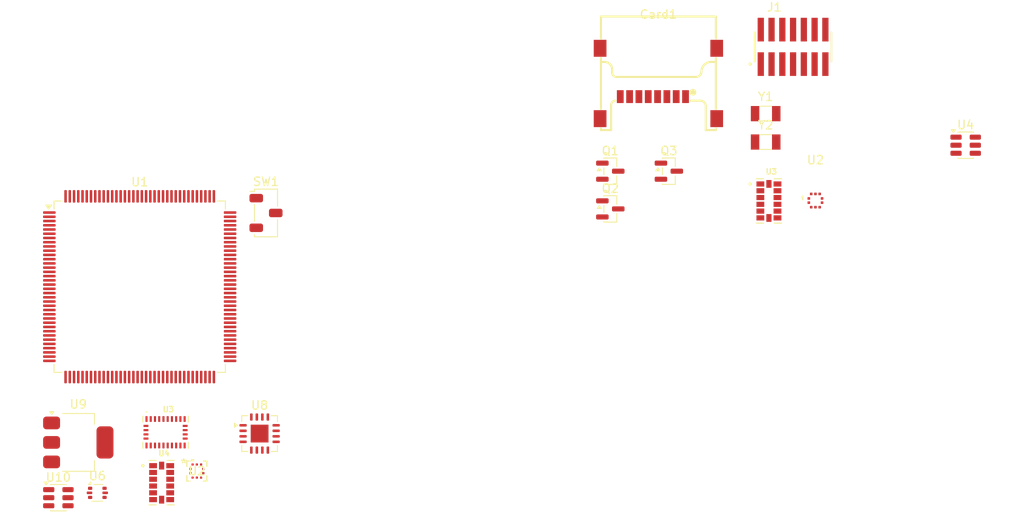
<source format=kicad_pcb>
(kicad_pcb (version 20241229) (generator "pcbnew") (generator_version "9.0")
  (layers (0 "F.Cu" signal) (2 "B.Cu" signal) (13 "F.Paste" user) (15 "B.Paste" user) (5 "F.SilkS" user "F.Silkscreen") (7 "B.SilkS" user "B.Silkscreen") (1 "F.Mask" user) (3 "B.Mask" user) (25 "Edge.Cuts" user))
  (net 0 "")
  (net 2 "VCC")
  (net 3 "/MCU/BOOT0")
  (net 4 "+3V3")
  (net 10 "/MCU/SDMMC1.D2")
  (net 12 "/MCU/SDMMC1.D3")
  (net 14 "/MCU/SDMMC1.CMD")
  (net 15 "/MCU/VFBSMPS")
  (net 17 "GND")
  (net 19 "/MCU/SDMMC1.CK")
  (net 28 "/MCU/SDMMC1.D0")
  (net 35 "Net-(U1A-VREF+)")
  (net 41 "/MCU/SDMMC1.D1")
  (net 47 "/MCU/RESET")
  (net 49 "/Debugger/T_NRST")
  (net 56 "/MCU/VLX")
  (net 70 "/Debugger/T_VCP_TX")
  (net 71 "Net-(J1-Pad11)")
  (net 72 "/MCU/USART1_TX")
  (net 75 "/Debugger/T_SWO")
  (net 78 "+3.3VA")
  (net 84 "/MCU/USART1_RX")
  (net 91 "/Debugger/T_SWDIO")
  (net 99 "/Debugger/T_VCC")
  (net 109 "/Debugger/T_VCP_RX")
  (net 159 "/Debugger/T_SWCLK")
  (net 160 "/Power/FTDI_USB_DN")
  (net 161 "/Power/FTDI_USB_DP")
  (net 162 "/Power/P_VBUS")
  (net 163 "/Power/USB_DP")
  (net 164 "/USB to UART/VCCIO")
  (net 165 "+5V")
  (net 172 "/Power/USB_3V3")
  (net 179 "/Igniters/IGNITE_0")
  (net 180 "Net-(J2-Pin_1)")
  (net 181 "Net-(J4-Pin_1)")
  (net 182 "/Igniters/IGNITE_1")
  (net 183 "/Indicators/Buzzer")
  (net 184 "Net-(BZ1--)")
  (net 185 "/MCU/SWDIO")
  (net 186 "/MCU/USB_D_P")
  (net 188 "/MCU/HS_OSC_B")
  (net 190 "/MCU/USB_D_M")
  (net 191 "/MCU/LS_OSC_B")
  (net 192 "/MCU/HS_OSC_A")
  (net 193 "/MCU/LS_OSC_A")
  (net 195 "/MCU/SWCLK")
  (net 196 "VDD")
  (net 197 "/IMUs/BMP.INT")
  (net 198 "/IMUs/BMP.MISO")
  (net 199 "/IMUs/BMP.MOSI")
  (net 200 "/IMUs/BMP.CSB")
  (net 201 "/IMUs/BMP.SCK")
  (net 202 "/IMUs/ADXL345.SCLK")
  (net 203 "/IMUs/ADXL345.SDI")
  (net 205 "/IMUs/ADXL345.CS")
  (net 210 "/IMUs/ADXL345.SDO")
  (net 211 "Net-(U4-CB)")
  (net 212 "Net-(U4-EN)")
  (net 213 "Net-(U4-SW)")
  (net 214 "Net-(U4-FB)")
  (net 215 "/Power/USB_DM")
  (footprint "aerolotl_custom:LGA-10_L2.0-W2.0-P0.50-TL_BMP581" (layer "F.Cu") (at 225.6375 71.48)
    (property "Reference" "U2" (at 0 -4.78 0) (layer "F.SilkS"))
    (property "Value" "BMP581")
    (fp_line (start -1.5 -0.5) (end -1.6 -0.4) (stroke (width 0.15)) (layer "F.SilkS"))
    (fp_line (start -1.5 -0.1) (end -1.5 -0.5) (stroke (width 0.15)) (layer "F.SilkS"))
    (pad "1" smd rect (at -0.78 -0.25 90) (size 0.3 0.3) (layers "F.Cu" "F.Mask" "F.Paste") (net 196 "VDD"))
    (pad "2" smd rect (at -0.78 0.25 90) (size 0.3 0.3) (layers "F.Cu" "F.Mask" "F.Paste") (net 201 "/IMUs/BMP.SCK"))
    (pad "3" smd rect (at -0.5 0.78 90) (size 0.3 0.3) (layers "F.Cu" "F.Mask" "F.Paste") (net 17 "GND"))
    (pad "4" smd rect (at 0 0.78 90) (size 0.3 0.3) (layers "F.Cu" "F.Mask" "F.Paste") (net 199 "/IMUs/BMP.MOSI"))
    (pad "5" smd rect (at 0.5 0.78 90) (size 0.3 0.3) (layers "F.Cu" "F.Mask" "F.Paste") (net 198 "/IMUs/BMP.MISO"))
    (pad "6" smd rect (at 0.78 0.25 90) (size 0.3 0.3) (layers "F.Cu" "F.Mask" "F.Paste") (net 200 "/IMUs/BMP.CSB"))
    (pad "7" smd rect (at 0.78 -0.25 90) (size 0.3 0.3) (layers "F.Cu" "F.Mask" "F.Paste") (net 197 "/IMUs/BMP.INT"))
    (pad "8" smd rect (at 0.5 -0.78 90) (size 0.3 0.3) (layers "F.Cu" "F.Mask" "F.Paste") (net 17 "GND"))
    (pad "9" smd rect (at 0 -0.78 90) (size 0.3 0.3) (layers "F.Cu" "F.Mask" "F.Paste") (net 17 "GND"))
    (pad "10" smd rect (at -0.5 -0.78 90) (size 0.3 0.3) (layers "F.Cu" "F.Mask" "F.Paste") (net 196 "VDD"))
  )
  (footprint "bmp581:QFN10_BMP581_BOS" (layer "F.Cu") (at 152.6443 103.398001)
    (property "Reference" "U2" (at 0 0 0) (layer "F.SilkS"))
    (property "Value" "BMP581")
    (fp_line (start -1.1811 -1.1811) (end -1.1811 -0.555042) (stroke (width 0.1524)) (layer "F.SilkS"))
    (fp_line (start -1.1811 0.555042) (end -1.1811 1.1811) (stroke (width 0.1524)) (layer "F.SilkS"))
    (fp_line (start -1.1811 1.1811) (end -0.805041 1.1811) (stroke (width 0.1524)) (layer "F.SilkS"))
    (fp_line (start -0.805041 -1.1811) (end -1.1811 -1.1811) (stroke (width 0.1524)) (layer "F.SilkS"))
    (fp_line (start 0.805041 1.1811) (end 1.1811 1.1811) (stroke (width 0.1524)) (layer "F.SilkS"))
    (fp_line (start 1.1811 -1.1811) (end 0.805041 -1.1811) (stroke (width 0.1524)) (layer "F.SilkS"))
    (fp_line (start 1.1811 -0.555042) (end 1.1811 -1.1811) (stroke (width 0.1524)) (layer "F.SilkS"))
    (fp_line (start 1.1811 1.1811) (end 1.1811 0.555042) (stroke (width 0.1524)) (layer "F.SilkS"))
    (fp_poly (pts (xy -0.690499 -1.154001) (xy -0.690499 -1.408001) (xy -0.309499 -1.408001) (xy -0.309499 -1.154001)) (fill yes) (layer "F.SilkS"))
    (fp_text user "*" (at -1.535 -0.881 0) (layer "F.SilkS"))
    (fp_text user "*" (at -1.535 -0.881 0) (layer "F.SilkS"))
    (pad "1" smd rect (at -0.760301 -0.25 90) (size 0.254 0.2794) (layers "F.Cu" "F.Mask" "F.Paste"))
    (pad "2" smd rect (at -0.760301 0.25 90) (size 0.254 0.2794) (layers "F.Cu" "F.Mask" "F.Paste"))
    (pad "3" smd rect (at -0.499999 0.773001) (size 0.254 0.254) (layers "F.Cu" "F.Mask" "F.Paste"))
    (pad "4" smd rect (at 0 0.773001) (size 0.254 0.254) (layers "F.Cu" "F.Mask" "F.Paste"))
    (pad "5" smd rect (at 0.499999 0.773001) (size 0.254 0.254) (layers "F.Cu" "F.Mask" "F.Paste"))
    (pad "6" smd rect (at 0.760301 0.25 90) (size 0.254 0.2794) (layers "F.Cu" "F.Mask" "F.Paste"))
    (pad "7" smd rect (at 0.760301 -0.25 90) (size 0.254 0.2794) (layers "F.Cu" "F.Mask" "F.Paste"))
    (pad "8" smd rect (at 0.499999 -0.773001) (size 0.254 0.254) (layers "F.Cu" "F.Mask" "F.Paste"))
    (pad "9" smd rect (at 0 -0.773001) (size 0.254 0.254) (layers "F.Cu" "F.Mask" "F.Paste"))
    (pad "10" smd rect (at -0.499999 -0.773001) (size 0.254 0.254) (layers "F.Cu" "F.Mask" "F.Paste"))
  )
  (footprint "Package_QFP:LQFP-144_20x20mm_P0.5mm" (layer "F.Cu") (at 145.905 81.645)
    (property "Reference" "U1" (at 0 -12.35 0) (layer "F.SilkS"))
    (property "Value" "STM32H755ZIT6")
    (fp_line (start -10.11 -10.11) (end -9.16 -10.11) (stroke (width 0.12)) (layer "F.SilkS"))
    (fp_line (start -10.11 -9.16) (end -10.11 -10.11) (stroke (width 0.12)) (layer "F.SilkS"))
    (fp_line (start -10.11 10.11) (end -10.11 9.16) (stroke (width 0.12)) (layer "F.SilkS"))
    (fp_line (start -9.16 10.11) (end -10.11 10.11) (stroke (width 0.12)) (layer "F.SilkS"))
    (fp_line (start 9.16 -10.11) (end 10.11 -10.11) (stroke (width 0.12)) (layer "F.SilkS"))
    (fp_line (start 10.11 -10.11) (end 10.11 -9.16) (stroke (width 0.12)) (layer "F.SilkS"))
    (fp_line (start 10.11 9.16) (end 10.11 10.11) (stroke (width 0.12)) (layer "F.SilkS"))
    (fp_line (start 10.11 10.11) (end 9.16 10.11) (stroke (width 0.12)) (layer "F.SilkS"))
    (fp_poly (pts (xy -10.75 -9.16) (xy -11.09 -9.63) (xy -10.41 -9.63)) (stroke (width 0.12)) (fill yes) (layer "F.SilkS"))
    (pad "1" smd roundrect (at -10.6625 -8.75) (size 1.475 0.3) (layers "F.Cu" "F.Mask" "F.Paste"))
    (pad "2" smd roundrect (at -10.6625 -8.25) (size 1.475 0.3) (layers "F.Cu" "F.Mask" "F.Paste"))
    (pad "3" smd roundrect (at -10.6625 -7.75) (size 1.475 0.3) (layers "F.Cu" "F.Mask" "F.Paste"))
    (pad "4" smd roundrect (at -10.6625 -7.25) (size 1.475 0.3) (layers "F.Cu" "F.Mask" "F.Paste"))
    (pad "5" smd roundrect (at -10.6625 -6.75) (size 1.475 0.3) (layers "F.Cu" "F.Mask" "F.Paste"))
    (pad "6" smd roundrect (at -10.6625 -6.25) (size 1.475 0.3) (layers "F.Cu" "F.Mask" "F.Paste") (net 17 "GND"))
    (pad "7" smd roundrect (at -10.6625 -5.75) (size 1.475 0.3) (layers "F.Cu" "F.Mask" "F.Paste") (net 4 "+3V3"))
    (pad "8" smd roundrect (at -10.6625 -5.25) (size 1.475 0.3) (layers "F.Cu" "F.Mask" "F.Paste") (net 4 "+3V3"))
    (pad "9" smd roundrect (at -10.6625 -4.75) (size 1.475 0.3) (layers "F.Cu" "F.Mask" "F.Paste"))
    (pad "10" smd roundrect (at -10.6625 -4.25) (size 1.475 0.3) (layers "F.Cu" "F.Mask" "F.Paste") (net 193 "/MCU/LS_OSC_A"))
    (pad "11" smd roundrect (at -10.6625 -3.75) (size 1.475 0.3) (layers "F.Cu" "F.Mask" "F.Paste") (net 191 "/MCU/LS_OSC_B"))
    (pad "12" smd roundrect (at -10.6625 -3.25) (size 1.475 0.3) (layers "F.Cu" "F.Mask" "F.Paste") (net 17 "GND"))
    (pad "13" smd roundrect (at -10.6625 -2.75) (size 1.475 0.3) (layers "F.Cu" "F.Mask" "F.Paste") (net 4 "+3V3"))
    (pad "14" smd roundrect (at -10.6625 -2.25) (size 1.475 0.3) (layers "F.Cu" "F.Mask" "F.Paste") (net 17 "GND"))
    (pad "15" smd roundrect (at -10.6625 -1.75) (size 1.475 0.3) (layers "F.Cu" "F.Mask" "F.Paste") (net 56 "/MCU/VLX"))
    (pad "16" smd roundrect (at -10.6625 -1.25) (size 1.475 0.3) (layers "F.Cu" "F.Mask" "F.Paste") (net 4 "+3V3"))
    (pad "17" smd roundrect (at -10.6625 -0.75) (size 1.475 0.3) (layers "F.Cu" "F.Mask" "F.Paste") (net 15 "/MCU/VFBSMPS"))
    (pad "18" smd roundrect (at -10.6625 -0.25) (size 1.475 0.3) (layers "F.Cu" "F.Mask" "F.Paste") (net 17 "GND"))
    (pad "19" smd roundrect (at -10.6625 0.25) (size 1.475 0.3) (layers "F.Cu" "F.Mask" "F.Paste") (net 4 "+3V3"))
    (pad "20" smd roundrect (at -10.6625 0.75) (size 1.475 0.3) (layers "F.Cu" "F.Mask" "F.Paste"))
    (pad "21" smd roundrect (at -10.6625 1.25) (size 1.475 0.3) (layers "F.Cu" "F.Mask" "F.Paste"))
    (pad "22" smd roundrect (at -10.6625 1.75) (size 1.475 0.3) (layers "F.Cu" "F.Mask" "F.Paste"))
    (pad "23" smd roundrect (at -10.6625 2.25) (size 1.475 0.3) (layers "F.Cu" "F.Mask" "F.Paste"))
    (pad "24" smd roundrect (at -10.6625 2.75) (size 1.475 0.3) (layers "F.Cu" "F.Mask" "F.Paste"))
    (pad "25" smd roundrect (at -10.6625 3.25) (size 1.475 0.3) (layers "F.Cu" "F.Mask" "F.Paste") (net 192 "/MCU/HS_OSC_A"))
    (pad "26" smd roundrect (at -10.6625 3.75) (size 1.475 0.3) (layers "F.Cu" "F.Mask" "F.Paste") (net 188 "/MCU/HS_OSC_B"))
    (pad "27" smd roundrect (at -10.6625 4.25) (size 1.475 0.3) (layers "F.Cu" "F.Mask" "F.Paste") (net 47 "/MCU/RESET"))
    (pad "28" smd roundrect (at -10.6625 4.75) (size 1.475 0.3) (layers "F.Cu" "F.Mask" "F.Paste"))
    (pad "29" smd roundrect (at -10.6625 5.25) (size 1.475 0.3) (layers "F.Cu" "F.Mask" "F.Paste"))
    (pad "30" smd roundrect (at -10.6625 5.75) (size 1.475 0.3) (layers "F.Cu" "F.Mask" "F.Paste"))
    (pad "31" smd roundrect (at -10.6625 6.25) (size 1.475 0.3) (layers "F.Cu" "F.Mask" "F.Paste"))
    (pad "32" smd roundrect (at -10.6625 6.75) (size 1.475 0.3) (layers "F.Cu" "F.Mask" "F.Paste") (net 4 "+3V3"))
    (pad "33" smd roundrect (at -10.6625 7.25) (size 1.475 0.3) (layers "F.Cu" "F.Mask" "F.Paste") (net 17 "GND"))
    (pad "34" smd roundrect (at -10.6625 7.75) (size 1.475 0.3) (layers "F.Cu" "F.Mask" "F.Paste") (net 17 "GND"))
    (pad "35" smd roundrect (at -10.6625 8.25) (size 1.475 0.3) (layers "F.Cu" "F.Mask" "F.Paste") (net 35 "Net-(U1A-VREF+)"))
    (pad "36" smd roundrect (at -10.6625 8.75) (size 1.475 0.3) (layers "F.Cu" "F.Mask" "F.Paste") (net 78 "+3.3VA"))
    (pad "37" smd roundrect (at -8.75 10.6625) (size 0.3 1.475) (layers "F.Cu" "F.Mask" "F.Paste"))
    (pad "38" smd roundrect (at -8.25 10.6625) (size 0.3 1.475) (layers "F.Cu" "F.Mask" "F.Paste"))
    (pad "39" smd roundrect (at -7.75 10.6625) (size 0.3 1.475) (layers "F.Cu" "F.Mask" "F.Paste"))
    (pad "40" smd roundrect (at -7.25 10.6625) (size 0.3 1.475) (layers "F.Cu" "F.Mask" "F.Paste"))
    (pad "41" smd roundrect (at -6.75 10.6625) (size 0.3 1.475) (layers "F.Cu" "F.Mask" "F.Paste") (net 17 "GND"))
    (pad "42" smd roundrect (at -6.25 10.6625) (size 0.3 1.475) (layers "F.Cu" "F.Mask" "F.Paste") (net 4 "+3V3"))
    (pad "43" smd roundrect (at -5.75 10.6625) (size 0.3 1.475) (layers "F.Cu" "F.Mask" "F.Paste"))
    (pad "44" smd roundrect (at -5.25 10.6625) (size 0.3 1.475) (layers "F.Cu" "F.Mask" "F.Paste"))
    (pad "45" smd roundrect (at -4.75 10.6625) (size 0.3 1.475) (layers "F.Cu" "F.Mask" "F.Paste"))
    (pad "46" smd roundrect (at -4.25 10.6625) (size 0.3 1.475) (layers "F.Cu" "F.Mask" "F.Paste"))
    (pad "47" smd roundrect (at -3.75 10.6625) (size 0.3 1.475) (layers "F.Cu" "F.Mask" "F.Paste"))
    (pad "48" smd roundrect (at -3.25 10.6625) (size 0.3 1.475) (layers "F.Cu" "F.Mask" "F.Paste"))
    (pad "49" smd roundrect (at -2.75 10.6625) (size 0.3 1.475) (layers "F.Cu" "F.Mask" "F.Paste"))
    (pad "50" smd roundrect (at -2.25 10.6625) (size 0.3 1.475) (layers "F.Cu" "F.Mask" "F.Paste"))
    (pad "51" smd roundrect (at -1.75 10.6625) (size 0.3 1.475) (layers "F.Cu" "F.Mask" "F.Paste"))
    (pad "52" smd roundrect (at -1.25 10.6625) (size 0.3 1.475) (layers "F.Cu" "F.Mask" "F.Paste"))
    (pad "53" smd roundrect (at -0.75 10.6625) (size 0.3 1.475) (layers "F.Cu" "F.Mask" "F.Paste"))
    (pad "54" smd roundrect (at -0.25 10.6625) (size 0.3 1.475) (layers "F.Cu" "F.Mask" "F.Paste"))
    (pad "55" smd roundrect (at 0.25 10.6625) (size 0.3 1.475) (layers "F.Cu" "F.Mask" "F.Paste") (net 17 "GND"))
    (pad "56" smd roundrect (at 0.75 10.6625) (size 0.3 1.475) (layers "F.Cu" "F.Mask" "F.Paste") (net 4 "+3V3"))
    (pad "57" smd roundrect (at 1.25 10.6625) (size 0.3 1.475) (layers "F.Cu" "F.Mask" "F.Paste"))
    (pad "58" smd roundrect (at 1.75 10.6625) (size 0.3 1.475) (layers "F.Cu" "F.Mask" "F.Paste"))
    (pad "59" smd roundrect (at 2.25 10.6625) (size 0.3 1.475) (layers "F.Cu" "F.Mask" "F.Paste"))
    (pad "60" smd roundrect (at 2.75 10.6625) (size 0.3 1.475) (layers "F.Cu" "F.Mask" "F.Paste"))
    (pad "61" smd roundrect (at 3.25 10.6625) (size 0.3 1.475) (layers "F.Cu" "F.Mask" "F.Paste"))
    (pad "62" smd roundrect (at 3.75 10.6625) (size 0.3 1.475) (layers "F.Cu" "F.Mask" "F.Paste"))
    (pad "63" smd roundrect (at 4.25 10.6625) (size 0.3 1.475) (layers "F.Cu" "F.Mask" "F.Paste"))
    (pad "64" smd roundrect (at 4.75 10.6625) (size 0.3 1.475) (layers "F.Cu" "F.Mask" "F.Paste"))
    (pad "65" smd roundrect (at 5.25 10.6625) (size 0.3 1.475) (layers "F.Cu" "F.Mask" "F.Paste"))
    (pad "66" smd roundrect (at 5.75 10.6625) (size 0.3 1.475) (layers "F.Cu" "F.Mask" "F.Paste"))
    (pad "67" smd roundrect (at 6.25 10.6625) (size 0.3 1.475) (layers "F.Cu" "F.Mask" "F.Paste"))
    (pad "68" smd roundrect (at 6.75 10.6625) (size 0.3 1.475) (layers "F.Cu" "F.Mask" "F.Paste") (net 15 "/MCU/VFBSMPS"))
    (pad "69" smd roundrect (at 7.25 10.6625) (size 0.3 1.475) (layers "F.Cu" "F.Mask" "F.Paste") (net 17 "GND"))
    (pad "70" smd roundrect (at 7.75 10.6625) (size 0.3 1.475) (layers "F.Cu" "F.Mask" "F.Paste") (net 4 "+3V3"))
    (pad "71" smd roundrect (at 8.25 10.6625) (size 0.3 1.475) (layers "F.Cu" "F.Mask" "F.Paste") (net 4 "+3V3"))
    (pad "72" smd roundrect (at 8.75 10.6625) (size 0.3 1.475) (layers "F.Cu" "F.Mask" "F.Paste"))
    (pad "73" smd roundrect (at 10.6625 8.75) (size 1.475 0.3) (layers "F.Cu" "F.Mask" "F.Paste"))
    (pad "74" smd roundrect (at 10.6625 8.25) (size 1.475 0.3) (layers "F.Cu" "F.Mask" "F.Paste"))
    (pad "75" smd roundrect (at 10.6625 7.75) (size 1.475 0.3) (layers "F.Cu" "F.Mask" "F.Paste"))
    (pad "76" smd roundrect (at 10.6625 7.25) (size 1.475 0.3) (layers "F.Cu" "F.Mask" "F.Paste"))
    (pad "77" smd roundrect (at 10.6625 6.75) (size 1.475 0.3) (layers "F.Cu" "F.Mask" "F.Paste"))
    (pad "78" smd roundrect (at 10.6625 6.25) (size 1.475 0.3) (layers "F.Cu" "F.Mask" "F.Paste"))
    (pad "79" smd roundrect (at 10.6625 5.75) (size 1.475 0.3) (layers "F.Cu" "F.Mask" "F.Paste") (net 4 "+3V3"))
    (pad "80" smd roundrect (at 10.6625 5.25) (size 1.475 0.3) (layers "F.Cu" "F.Mask" "F.Paste") (net 17 "GND"))
    (pad "81" smd roundrect (at 10.6625 4.75) (size 1.475 0.3) (layers "F.Cu" "F.Mask" "F.Paste"))
    (pad "82" smd roundrect (at 10.6625 4.25) (size 1.475 0.3) (layers "F.Cu" "F.Mask" "F.Paste"))
    (pad "83" smd roundrect (at 10.6625 3.75) (size 1.475 0.3) (layers "F.Cu" "F.Mask" "F.Paste"))
    (pad "84" smd roundrect (at 10.6625 3.25) (size 1.475 0.3) (layers "F.Cu" "F.Mask" "F.Paste"))
    (pad "85" smd roundrect (at 10.6625 2.75) (size 1.475 0.3) (layers "F.Cu" "F.Mask" "F.Paste"))
    (pad "86" smd roundrect (at 10.6625 2.25) (size 1.475 0.3) (layers "F.Cu" "F.Mask" "F.Paste"))
    (pad "87" smd roundrect (at 10.6625 1.75) (size 1.475 0.3) (layers "F.Cu" "F.Mask" "F.Paste"))
    (pad "88" smd roundrect (at 10.6625 1.25) (size 1.475 0.3) (layers "F.Cu" "F.Mask" "F.Paste"))
    (pad "89" smd roundrect (at 10.6625 0.75) (size 1.475 0.3) (layers "F.Cu" "F.Mask" "F.Paste") (net 17 "GND"))
    (pad "90" smd roundrect (at 10.6625 0.25) (size 1.475 0.3) (layers "F.Cu" "F.Mask" "F.Paste") (net 4 "+3V3"))
    (pad "91" smd roundrect (at 10.6625 -0.25) (size 1.475 0.3) (layers "F.Cu" "F.Mask" "F.Paste") (net 4 "+3V3"))
    (pad "92" smd roundrect (at 10.6625 -0.75) (size 1.475 0.3) (layers "F.Cu" "F.Mask" "F.Paste") (net 4 "+3V3"))
    (pad "93" smd roundrect (at 10.6625 -1.25) (size 1.475 0.3) (layers "F.Cu" "F.Mask" "F.Paste"))
    (pad "94" smd roundrect (at 10.6625 -1.75) (size 1.475 0.3) (layers "F.Cu" "F.Mask" "F.Paste"))
    (pad "95" smd roundrect (at 10.6625 -2.25) (size 1.475 0.3) (layers "F.Cu" "F.Mask" "F.Paste") (net 28 "/MCU/SDMMC1.D0"))
    (pad "96" smd roundrect (at 10.6625 -2.75) (size 1.475 0.3) (layers "F.Cu" "F.Mask" "F.Paste") (net 41 "/MCU/SDMMC1.D1"))
    (pad "97" smd roundrect (at 10.6625 -3.25) (size 1.475 0.3) (layers "F.Cu" "F.Mask" "F.Paste"))
    (pad "98" smd roundrect (at 10.6625 -3.75) (size 1.475 0.3) (layers "F.Cu" "F.Mask" "F.Paste") (net 72 "/MCU/USART1_TX"))
    (pad "99" smd roundrect (at 10.6625 -4.25) (size 1.475 0.3) (layers "F.Cu" "F.Mask" "F.Paste") (net 84 "/MCU/USART1_RX"))
    (pad "100" smd roundrect (at 10.6625 -4.75) (size 1.475 0.3) (layers "F.Cu" "F.Mask" "F.Paste") (net 190 "/MCU/USB_D_M"))
    (pad "101" smd roundrect (at 10.6625 -5.25) (size 1.475 0.3) (layers "F.Cu" "F.Mask" "F.Paste") (net 186 "/MCU/USB_D_P"))
    (pad "102" smd roundrect (at 10.6625 -5.75) (size 1.475 0.3) (layers "F.Cu" "F.Mask" "F.Paste") (net 185 "/MCU/SWDIO"))
    (pad "103" smd roundrect (at 10.6625 -6.25) (size 1.475 0.3) (layers "F.Cu" "F.Mask" "F.Paste") (net 15 "/MCU/VFBSMPS"))
    (pad "104" smd roundrect (at 10.6625 -6.75) (size 1.475 0.3) (layers "F.Cu" "F.Mask" "F.Paste") (net 17 "GND"))
    (pad "105" smd roundrect (at 10.6625 -7.25) (size 1.475 0.3) (layers "F.Cu" "F.Mask" "F.Paste") (net 4 "+3V3"))
    (pad "106" smd roundrect (at 10.6625 -7.75) (size 1.475 0.3) (layers "F.Cu" "F.Mask" "F.Paste") (net 4 "+3V3"))
    (pad "107" smd roundrect (at 10.6625 -8.25) (size 1.475 0.3) (layers "F.Cu" "F.Mask" "F.Paste") (net 195 "/MCU/SWCLK"))
    (pad "108" smd roundrect (at 10.6625 -8.75) (size 1.475 0.3) (layers "F.Cu" "F.Mask" "F.Paste"))
    (pad "109" smd roundrect (at 8.75 -10.6625) (size 0.3 1.475) (layers "F.Cu" "F.Mask" "F.Paste") (net 10 "/MCU/SDMMC1.D2"))
    (pad "110" smd roundrect (at 8.25 -10.6625) (size 0.3 1.475) (layers "F.Cu" "F.Mask" "F.Paste") (net 12 "/MCU/SDMMC1.D3"))
    (pad "111" smd roundrect (at 7.75 -10.6625) (size 0.3 1.475) (layers "F.Cu" "F.Mask" "F.Paste") (net 19 "/MCU/SDMMC1.CK"))
    (pad "112" smd roundrect (at 7.25 -10.6625) (size 0.3 1.475) (layers "F.Cu" "F.Mask" "F.Paste"))
    (pad "113" smd roundrect (at 6.75 -10.6625) (size 0.3 1.475) (layers "F.Cu" "F.Mask" "F.Paste"))
    (pad "114" smd roundrect (at 6.25 -10.6625) (size 0.3 1.475) (layers "F.Cu" "F.Mask" "F.Paste") (net 14 "/MCU/SDMMC1.CMD"))
    (pad "115" smd roundrect (at 5.75 -10.6625) (size 0.3 1.475) (layers "F.Cu" "F.Mask" "F.Paste"))
    (pad "116" smd roundrect (at 5.25 -10.6625) (size 0.3 1.475) (layers "F.Cu" "F.Mask" "F.Paste"))
    (pad "117" smd roundrect (at 4.75 -10.6625) (size 0.3 1.475) (layers "F.Cu" "F.Mask" "F.Paste"))
    (pad "118" smd roundrect (at 4.25 -10.6625) (size 0.3 1.475) (layers "F.Cu" "F.Mask" "F.Paste") (net 17 "GND"))
    (pad "119" smd roundrect (at 3.75 -10.6625) (size 0.3 1.475) (layers "F.Cu" "F.Mask" "F.Paste") (net 4 "+3V3"))
    (pad "120" smd roundrect (at 3.25 -10.6625) (size 0.3 1.475) (layers "F.Cu" "F.Mask" "F.Paste"))
    (pad "121" smd roundrect (at 2.75 -10.6625) (size 0.3 1.475) (layers "F.Cu" "F.Mask" "F.Paste"))
    (pad "122" smd roundrect (at 2.25 -10.6625) (size 0.3 1.475) (layers "F.Cu" "F.Mask" "F.Paste"))
    (pad "123" smd roundrect (at 1.75 -10.6625) (size 0.3 1.475) (layers "F.Cu" "F.Mask" "F.Paste"))
    (pad "124" smd roundrect (at 1.25 -10.6625) (size 0.3 1.475) (layers "F.Cu" "F.Mask" "F.Paste"))
    (pad "125" smd roundrect (at 0.75 -10.6625) (size 0.3 1.475) (layers "F.Cu" "F.Mask" "F.Paste"))
    (pad "126" smd roundrect (at 0.25 -10.6625) (size 0.3 1.475) (layers "F.Cu" "F.Mask" "F.Paste"))
    (pad "127" smd roundrect (at -0.25 -10.6625) (size 0.3 1.475) (layers "F.Cu" "F.Mask" "F.Paste"))
    (pad "128" smd roundrect (at -0.75 -10.6625) (size 0.3 1.475) (layers "F.Cu" "F.Mask" "F.Paste") (net 17 "GND"))
    (pad "129" smd roundrect (at -1.25 -10.6625) (size 0.3 1.475) (layers "F.Cu" "F.Mask" "F.Paste") (net 4 "+3V3"))
    (pad "130" smd roundrect (at -1.75 -10.6625) (size 0.3 1.475) (layers "F.Cu" "F.Mask" "F.Paste"))
    (pad "131" smd roundrect (at -2.25 -10.6625) (size 0.3 1.475) (layers "F.Cu" "F.Mask" "F.Paste"))
    (pad "132" smd roundrect (at -2.75 -10.6625) (size 0.3 1.475) (layers "F.Cu" "F.Mask" "F.Paste"))
    (pad "133" smd roundrect (at -3.25 -10.6625) (size 0.3 1.475) (layers "F.Cu" "F.Mask" "F.Paste"))
    (pad "134" smd roundrect (at -3.75 -10.6625) (size 0.3 1.475) (layers "F.Cu" "F.Mask" "F.Paste"))
    (pad "135" smd roundrect (at -4.25 -10.6625) (size 0.3 1.475) (layers "F.Cu" "F.Mask" "F.Paste") (net 3 "/MCU/BOOT0"))
    (pad "136" smd roundrect (at -4.75 -10.6625) (size 0.3 1.475) (layers "F.Cu" "F.Mask" "F.Paste"))
    (pad "137" smd roundrect (at -5.25 -10.6625) (size 0.3 1.475) (layers "F.Cu" "F.Mask" "F.Paste"))
    (pad "138" smd roundrect (at -5.75 -10.6625) (size 0.3 1.475) (layers "F.Cu" "F.Mask" "F.Paste"))
    (pad "139" smd roundrect (at -6.25 -10.6625) (size 0.3 1.475) (layers "F.Cu" "F.Mask" "F.Paste"))
    (pad "140" smd roundrect (at -6.75 -10.6625) (size 0.3 1.475) (layers "F.Cu" "F.Mask" "F.Paste") (net 15 "/MCU/VFBSMPS"))
    (pad "141" smd roundrect (at -7.25 -10.6625) (size 0.3 1.475) (layers "F.Cu" "F.Mask" "F.Paste") (net 17 "GND"))
    (pad "142" smd roundrect (at -7.75 -10.6625) (size 0.3 1.475) (layers "F.Cu" "F.Mask" "F.Paste") (net 4 "+3V3"))
    (pad "143" smd roundrect (at -8.25 -10.6625) (size 0.3 1.475) (layers "F.Cu" "F.Mask" "F.Paste") (net 4 "+3V3"))
    (pad "144" smd roundrect (at -8.75 -10.6625) (size 0.3 1.475) (layers "F.Cu" "F.Mask" "F.Paste") (net 4 "+3V3"))
  )
  (footprint "Crystal:Crystal_SMD_3215-2Pin_3.2x1.5mm" (layer "F.Cu") (at 219.7625 64.575)
    (property "Reference" "Y2" (at 0 -2 0) (layer "F.SilkS"))
    (property "Value" "Crystal")
    (fp_line (start -0.675 -0.875) (end 0.675 -0.875) (stroke (width 0.12)) (layer "F.SilkS"))
    (fp_line (start -0.675 0.875) (end 0.675 0.875) (stroke (width 0.12)) (layer "F.SilkS"))
    (pad "1" smd rect (at 1.25 0) (size 1 1.8) (layers "F.Cu" "F.Mask" "F.Paste") (net 191 "/MCU/LS_OSC_B"))
    (pad "2" smd rect (at -1.25 0) (size 1 1.8) (layers "F.Cu" "F.Mask" "F.Paste") (net 193 "/MCU/LS_OSC_A"))
  )
  (footprint "Package_TO_SOT_SMD:SOT-23-6" (layer "F.Cu") (at 243.3625 64.95)
    (property "Reference" "U4" (at 0 -2.4 0) (layer "F.SilkS"))
    (property "Value" "LMR51430XFDDCR")
    (fp_line (start -0.91 -1.56) (end 0.91 -1.56) (stroke (width 0.12)) (layer "F.SilkS"))
    (fp_line (start -0.91 -1.51) (end -0.91 -1.56) (stroke (width 0.12)) (layer "F.SilkS"))
    (fp_line (start -0.91 1.56) (end -0.91 1.51) (stroke (width 0.12)) (layer "F.SilkS"))
    (fp_line (start 0.91 -1.56) (end 0.91 -1.51) (stroke (width 0.12)) (layer "F.SilkS"))
    (fp_line (start 0.91 1.51) (end 0.91 1.56) (stroke (width 0.12)) (layer "F.SilkS"))
    (fp_line (start 0.91 1.56) (end -0.91 1.56) (stroke (width 0.12)) (layer "F.SilkS"))
    (fp_poly (pts (xy -1.45 -1.51) (xy -1.69 -1.84) (xy -1.21 -1.84)) (stroke (width 0.12)) (fill yes) (layer "F.SilkS"))
    (pad "1" smd roundrect (at -1.1375 -0.95) (size 1.325 0.6) (layers "F.Cu" "F.Mask" "F.Paste") (net 17 "GND"))
    (pad "2" smd roundrect (at -1.1375 0) (size 1.325 0.6) (layers "F.Cu" "F.Mask" "F.Paste") (net 213 "Net-(U4-SW)"))
    (pad "3" smd roundrect (at -1.1375 0.95) (size 1.325 0.6) (layers "F.Cu" "F.Mask" "F.Paste") (net 212 "Net-(U4-EN)"))
    (pad "4" smd roundrect (at 1.1375 0.95) (size 1.325 0.6) (layers "F.Cu" "F.Mask" "F.Paste") (net 214 "Net-(U4-FB)"))
    (pad "5" smd roundrect (at 1.1375 0) (size 1.325 0.6) (layers "F.Cu" "F.Mask" "F.Paste") (net 212 "Net-(U4-EN)"))
    (pad "6" smd roundrect (at 1.1375 -0.95) (size 1.325 0.6) (layers "F.Cu" "F.Mask" "F.Paste") (net 211 "Net-(U4-CB)"))
  )
  (footprint "BNO085:IC_BNO085" (layer "F.Cu") (at 148.955 98.82)
    (property "Reference" "U3" (at 0.332 -2.6936 0) (layer "F.SilkS") (effects (font (size 0.64 0.64))))
    (property "Value" "BNO085")
    (fp_line (start -2.6885 -1.9) (end -2.6885 -1.1885) (stroke (width 0.127)) (layer "F.SilkS"))
    (fp_line (start -2.6885 1.9) (end -2.6885 1.1885) (stroke (width 0.127)) (layer "F.SilkS"))
    (fp_line (start 2.6885 -1.9) (end 2.6885 -1.1885) (stroke (width 0.127)) (layer "F.SilkS"))
    (fp_line (start 2.6885 1.9) (end 2.6885 1.1885) (stroke (width 0.127)) (layer "F.SilkS"))
    (fp_circle (center -2.25 -2.4) (end -2.2 -2.4) (stroke (width 0.1)) (fill no) (layer "F.SilkS"))
    (pad "1" smd rect (at -2.25 -1.5625) (size 0.25 0.675) (layers "F.Cu" "F.Mask" "F.Paste"))
    (pad "2" smd rect (at -2.3125 -0.75) (size 0.575 0.25) (layers "F.Cu" "F.Mask" "F.Paste"))
    (pad "3" smd rect (at -2.3125 -0.25) (size 0.575 0.25) (layers "F.Cu" "F.Mask" "F.Paste"))
    (pad "4" smd rect (at -2.3125 0.25) (size 0.575 0.25) (layers "F.Cu" "F.Mask" "F.Paste"))
    (pad "5" smd rect (at -2.3125 0.75) (size 0.575 0.25) (layers "F.Cu" "F.Mask" "F.Paste"))
    (pad "6" smd rect (at -2.25 1.5625) (size 0.25 0.675) (layers "F.Cu" "F.Mask" "F.Paste"))
    (pad "7" smd rect (at -1.75 1.5625) (size 0.25 0.675) (layers "F.Cu" "F.Mask" "F.Paste"))
    (pad "8" smd rect (at -1.25 1.5625) (size 0.25 0.675) (layers "F.Cu" "F.Mask" "F.Paste"))
    (pad "9" smd rect (at -0.75 1.5625) (size 0.25 0.675) (layers "F.Cu" "F.Mask" "F.Paste"))
    (pad "10" smd rect (at -0.25 1.5625) (size 0.25 0.675) (layers "F.Cu" "F.Mask" "F.Paste"))
    (pad "11" smd rect (at 0.25 1.5625) (size 0.25 0.675) (layers "F.Cu" "F.Mask" "F.Paste"))
    (pad "12" smd rect (at 0.75 1.5625) (size 0.25 0.675) (layers "F.Cu" "F.Mask" "F.Paste"))
    (pad "13" smd rect (at 1.25 1.5625) (size 0.25 0.675) (layers "F.Cu" "F.Mask" "F.Paste"))
    (pad "14" smd rect (at 1.75 1.5625) (size 0.25 0.675) (layers "F.Cu" "F.Mask" "F.Paste"))
    (pad "15" smd rect (at 2.25 1.5625) (size 0.25 0.675) (layers "F.Cu" "F.Mask" "F.Paste"))
    (pad "16" smd rect (at 2.3125 0.75) (size 0.575 0.25) (layers "F.Cu" "F.Mask" "F.Paste"))
    (pad "17" smd rect (at 2.3125 0.25) (size 0.575 0.25) (layers "F.Cu" "F.Mask" "F.Paste"))
    (pad "18" smd rect (at 2.3125 -0.25) (size 0.575 0.25) (layers "F.Cu" "F.Mask" "F.Paste"))
    (pad "19" smd rect (at 2.3125 -0.75) (size 0.575 0.25) (layers "F.Cu" "F.Mask" "F.Paste"))
    (pad "20" smd rect (at 2.25 -1.5625) (size 0.25 0.675) (layers "F.Cu" "F.Mask" "F.Paste"))
    (pad "21" smd rect (at 1.75 -1.5625) (size 0.25 0.675) (layers "F.Cu" "F.Mask" "F.Paste"))
    (pad "22" smd rect (at 1.25 -1.5625) (size 0.25 0.675) (layers "F.Cu" "F.Mask" "F.Paste"))
    (pad "23" smd rect (at 0.75 -1.5625) (size 0.25 0.675) (layers "F.Cu" "F.Mask" "F.Paste"))
    (pad "24" smd rect (at 0.25 -1.5625) (size 0.25 0.675) (layers "F.Cu" "F.Mask" "F.Paste"))
    (pad "25" smd rect (at -0.25 -1.5625) (size 0.25 0.675) (layers "F.Cu" "F.Mask" "F.Paste"))
    (pad "26" smd rect (at -0.75 -1.5625) (size 0.25 0.675) (layers "F.Cu" "F.Mask" "F.Paste"))
    (pad "27" smd rect (at -1.25 -1.5625) (size 0.25 0.675) (layers "F.Cu" "F.Mask" "F.Paste"))
    (pad "28" smd rect (at -1.75 -1.5625) (size 0.25 0.675) (layers "F.Cu" "F.Mask" "F.Paste"))
  )
  (footprint "Package_TO_SOT_SMD:SOT-23" (layer "F.Cu") (at 201.4325 68.015)
    (property "Reference" "Q1" (at 0 -2.4 0) (layer "F.SilkS"))
    (property "Value" "AO3400A")
    (fp_line (start -0.76 -1.56) (end 0.76 -1.56) (stroke (width 0.12)) (layer "F.SilkS"))
    (fp_line (start -0.76 -1.51) (end -0.76 -1.56) (stroke (width 0.12)) (layer "F.SilkS"))
    (fp_line (start -0.76 0.39) (end -0.76 -0.39) (stroke (width 0.12)) (layer "F.SilkS"))
    (fp_line (start -0.76 1.56) (end -0.76 1.51) (stroke (width 0.12)) (layer "F.SilkS"))
    (fp_line (start 0.76 -1.56) (end 0.76 -0.56) (stroke (width 0.12)) (layer "F.SilkS"))
    (fp_line (start 0.76 0.56) (end 0.76 1.56) (stroke (width 0.12)) (layer "F.SilkS"))
    (fp_line (start 0.76 1.56) (end -0.76 1.56) (stroke (width 0.12)) (layer "F.SilkS"))
    (fp_poly (pts (xy -1.3 -0.38) (xy -1.06 -0.05) (xy -1.54 -0.05)) (stroke (width 0.12)) (fill yes) (layer "F.SilkS"))
    (pad "1" smd roundrect (at -0.9375 -0.95) (size 1.475 0.6) (layers "F.Cu" "F.Mask" "F.Paste") (net 179 "/Igniters/IGNITE_0"))
    (pad "2" smd roundrect (at -0.9375 0.95) (size 1.475 0.6) (layers "F.Cu" "F.Mask" "F.Paste") (net 17 "GND"))
    (pad "3" smd roundrect (at 0.9375 0) (size 1.475 0.6) (layers "F.Cu" "F.Mask" "F.Paste") (net 180 "Net-(J2-Pin_1)"))
  )
  (footprint "Crystal:Crystal_SMD_3215-2Pin_3.2x1.5mm" (layer "F.Cu") (at 219.7625 61.225)
    (property "Reference" "Y1" (at 0 -2 0) (layer "F.SilkS"))
    (property "Value" "25M")
    (fp_line (start -0.675 -0.875) (end 0.675 -0.875) (stroke (width 0.12)) (layer "F.SilkS"))
    (fp_line (start -0.675 0.875) (end 0.675 0.875) (stroke (width 0.12)) (layer "F.SilkS"))
    (pad "1" smd rect (at 1.25 0) (size 1 1.8) (layers "F.Cu" "F.Mask" "F.Paste") (net 192 "/MCU/HS_OSC_A"))
    (pad "2" smd rect (at -1.25 0) (size 1 1.8) (layers "F.Cu" "F.Mask" "F.Paste") (net 188 "/MCU/HS_OSC_B"))
  )
  (footprint "Button_Switch_SMD:Nidec_Copal_CAS-120A" (layer "F.Cu") (at 160.805 72.945)
    (property "Reference" "SW1" (at 0 -3.7 0) (layer "F.SilkS"))
    (property "Value" "SW_Nidec_CAS-120A1")
    (fp_line (start -1.36 -2.81) (end 1.36 -2.81) (stroke (width 0.12)) (layer "F.SilkS"))
    (fp_line (start -1.36 -2.55) (end -1.9 -2.55) (stroke (width 0.12)) (layer "F.SilkS"))
    (fp_line (start -1.36 -2.55) (end -1.36 -2.8) (stroke (width 0.12)) (layer "F.SilkS"))
    (fp_line (start -1.36 -0.98) (end -1.36 0.98) (stroke (width 0.12)) (layer "F.SilkS"))
    (fp_line (start -1.36 2.81) (end -1.36 2.55) (stroke (width 0.12)) (layer "F.SilkS"))
    (fp_line (start 1.35 2.81) (end -1.35 2.81) (stroke (width 0.12)) (layer "F.SilkS"))
    (fp_line (start 1.36 -2.81) (end 1.36 -0.8) (stroke (width 0.12)) (layer "F.SilkS"))
    (fp_line (start 1.36 0.8) (end 1.36 2.81) (stroke (width 0.12)) (layer "F.SilkS"))
    (pad "1" smd roundrect (at -1.15 -1.75 270) (size 1 1.6) (layers "F.Cu" "F.Mask" "F.Paste"))
    (pad "2" smd roundrect (at 1.15 0 270) (size 1 1.6) (layers "F.Cu" "F.Mask" "F.Paste") (net 3 "/MCU/BOOT0"))
    (pad "3" smd roundrect (at -1.15 1.75 270) (size 1 1.6) (layers "F.Cu" "F.Mask" "F.Paste") (net 2 "VCC"))
  )
  (footprint "ADXL345BCCZ-RL7:PQFN80P500X300X100-14N" (layer "F.Cu") (at 148.49 104.765)
    (property "Reference" "U4" (at 0.282 -3.4564 0) (layer "F.SilkS") (effects (font (size 0.64 0.64))))
    (property "Value" "ADXL345BCCZ-RL7")
    (fp_line (start -1.5 -2.625) (end -0.63 -2.625) (stroke (width 0.127)) (layer "F.SilkS"))
    (fp_line (start -1.5 2.625) (end -0.63 2.625) (stroke (width 0.127)) (layer "F.SilkS"))
    (fp_line (start 1.5 -2.625) (end 0.63 -2.625) (stroke (width 0.127)) (layer "F.SilkS"))
    (fp_line (start 1.5 2.625) (end 0.63 2.625) (stroke (width 0.127)) (layer "F.SilkS"))
    (fp_circle (center -2.21 -2) (end -2.11 -2) (stroke (width 0.2)) (fill no) (layer "F.SilkS"))
    (pad "1" smd rect (at -1.01 -2) (size 0.92 0.61) (layers "F.Cu" "F.Paste"))
    (pad "2" smd rect (at -1.01 -1.2) (size 0.92 0.61) (layers "F.Cu" "F.Paste") (net 17 "GND"))
    (pad "3" smd rect (at -1.01 -0.4) (size 0.92 0.61) (layers "F.Cu" "F.Paste"))
    (pad "4" smd rect (at -1.01 0.4) (size 0.92 0.61) (layers "F.Cu" "F.Paste") (net 17 "GND"))
    (pad "5" smd rect (at -1.01 1.2) (size 0.92 0.61) (layers "F.Cu" "F.Paste") (net 17 "GND"))
    (pad "6" smd rect (at -1.01 2) (size 0.92 0.61) (layers "F.Cu" "F.Paste"))
    (pad "7" smd rect (at 0 2.01) (size 0.61 0.92) (layers "F.Cu" "F.Paste"))
    (pad "8" smd rect (at 1.01 2) (size 0.92 0.61) (layers "F.Cu" "F.Paste"))
    (pad "9" smd rect (at 1.01 1.2) (size 0.92 0.61) (layers "F.Cu" "F.Paste"))
    (pad "10" smd rect (at 1.01 0.4) (size 0.92 0.61) (layers "F.Cu" "F.Paste"))
    (pad "11" smd rect (at 1.01 -0.4) (size 0.92 0.61) (layers "F.Cu" "F.Paste"))
    (pad "12" smd rect (at 1.01 -1.2) (size 0.92 0.61) (layers "F.Cu" "F.Paste"))
    (pad "13" smd rect (at 1.01 -2) (size 0.92 0.61) (layers "F.Cu" "F.Paste"))
    (pad "14" smd rect (at 0 -2.01) (size 0.61 0.92) (layers "F.Cu" "F.Paste"))
  )
  (footprint "FTSH-107-01-L-DV-K-A:SAMTEC_FTSH-107-01-L-DV-K-A" (layer "F.Cu") (at 222.9975 53.345)
    (property "Reference" "J1" (at -2.201 -4.681 0) (layer "F.SilkS"))
    (property "Value" "SWD")
    (fp_line (start -4.53 -1.715) (end -4.53 1.715) (stroke (width 0.2)) (layer "F.SilkS"))
    (fp_line (start 4.53 1.715) (end 4.53 -1.715) (stroke (width 0.2)) (layer "F.SilkS"))
    (fp_circle (center -5.06 2.035) (end -4.96 2.035) (stroke (width 0.2)) (fill no) (layer "F.SilkS"))
    (pad "" np_thru_hole circle (at -3.175 0) (size 1.02 1.02) (drill 1.02) (layers "*.Cu" "*.Mask"))
    (pad "" np_thru_hole circle (at 3.175 0) (size 1.02 1.02) (drill 1.02) (layers "*.Cu" "*.Mask"))
    (pad "01" smd rect (at -3.81 2.035) (size 0.74 2.79) (layers "F.Cu" "F.Mask" "F.Paste"))
    (pad "02" smd rect (at -3.81 -2.035) (size 0.74 2.79) (layers "F.Cu" "F.Mask" "F.Paste"))
    (pad "03" smd rect (at -2.54 2.035) (size 0.74 2.79) (layers "F.Cu" "F.Mask" "F.Paste") (net 99 "/Debugger/T_VCC"))
    (pad "04" smd rect (at -2.54 -2.035) (size 0.74 2.79) (layers "F.Cu" "F.Mask" "F.Paste") (net 91 "/Debugger/T_SWDIO"))
    (pad "05" smd rect (at -1.27 2.035) (size 0.74 2.79) (layers "F.Cu" "F.Mask" "F.Paste") (net 17 "GND"))
    (pad "06" smd rect (at -1.27 -2.035) (size 0.74 2.79) (layers "F.Cu" "F.Mask" "F.Paste") (net 159 "/Debugger/T_SWCLK"))
    (pad "07" smd rect (at 0 2.035) (size 0.74 2.79) (layers "F.Cu" "F.Mask" "F.Paste") (net 17 "GND"))
    (pad "08" smd rect (at 0 -2.035) (size 0.74 2.79) (layers "F.Cu" "F.Mask" "F.Paste") (net 75 "/Debugger/T_SWO"))
    (pad "09" smd rect (at 1.27 2.035) (size 0.74 2.79) (layers "F.Cu" "F.Mask" "F.Paste"))
    (pad "10" smd rect (at 1.27 -2.035) (size 0.74 2.79) (layers "F.Cu" "F.Mask" "F.Paste"))
    (pad "11" smd rect (at 2.54 2.035) (size 0.74 2.79) (layers "F.Cu" "F.Mask" "F.Paste") (net 71 "Net-(J1-Pad11)"))
    (pad "12" smd rect (at 2.54 -2.035) (size 0.74 2.79) (layers "F.Cu" "F.Mask" "F.Paste") (net 49 "/Debugger/T_NRST"))
    (pad "13" smd rect (at 3.81 2.035) (size 0.74 2.79) (layers "F.Cu" "F.Mask" "F.Paste") (net 70 "/Debugger/T_VCP_TX"))
    (pad "14" smd rect (at 3.81 -2.035) (size 0.74 2.79) (layers "F.Cu" "F.Mask" "F.Paste") (net 109 "/Debugger/T_VCP_RX"))
  )
  (footprint "ADXL345BCCZ-RL7:PQFN80P500X300X100-14N" (layer "F.Cu") (at 220.1475 71.525)
    (property "Reference" "U3" (at 0.282 -3.4564 0) (layer "F.SilkS") (effects (font (size 0.64 0.64))))
    (property "Value" "ADXL345BCCZ-RL7")
    (fp_line (start -1.5 -2.625) (end -0.63 -2.625) (stroke (width 0.127)) (layer "F.SilkS"))
    (fp_line (start -1.5 2.625) (end -0.63 2.625) (stroke (width 0.127)) (layer "F.SilkS"))
    (fp_line (start 1.5 -2.625) (end 0.63 -2.625) (stroke (width 0.127)) (layer "F.SilkS"))
    (fp_line (start 1.5 2.625) (end 0.63 2.625) (stroke (width 0.127)) (layer "F.SilkS"))
    (fp_circle (center -2.21 -2) (end -2.11 -2) (stroke (width 0.2)) (fill no) (layer "F.SilkS"))
    (pad "1" smd rect (at -1.01 -2) (size 0.92 0.61) (layers "F.Cu" "F.Paste") (net 196 "VDD"))
    (pad "2" smd rect (at -1.01 -1.2) (size 0.92 0.61) (layers "F.Cu" "F.Paste") (net 17 "GND"))
    (pad "3" smd rect (at -1.01 -0.4) (size 0.92 0.61) (layers "F.Cu" "F.Paste"))
    (pad "4" smd rect (at -1.01 0.4) (size 0.92 0.61) (layers "F.Cu" "F.Paste") (net 17 "GND"))
    (pad "5" smd rect (at -1.01 1.2) (size 0.92 0.61) (layers "F.Cu" "F.Paste") (net 17 "GND"))
    (pad "6" smd rect (at -1.01 2) (size 0.92 0.61) (layers "F.Cu" "F.Paste") (net 196 "VDD"))
    (pad "7" smd rect (at 0 2.01) (size 0.61 0.92) (layers "F.Cu" "F.Paste") (net 205 "/IMUs/ADXL345.CS"))
    (pad "8" smd rect (at 1.01 2) (size 0.92 0.61) (layers "F.Cu" "F.Paste"))
    (pad "9" smd rect (at 1.01 1.2) (size 0.92 0.61) (layers "F.Cu" "F.Paste"))
    (pad "10" smd rect (at 1.01 0.4) (size 0.92 0.61) (layers "F.Cu" "F.Paste"))
    (pad "11" smd rect (at 1.01 -0.4) (size 0.92 0.61) (layers "F.Cu" "F.Paste"))
    (pad "12" smd rect (at 1.01 -1.2) (size 0.92 0.61) (layers "F.Cu" "F.Paste") (net 210 "/IMUs/ADXL345.SDO"))
    (pad "13" smd rect (at 1.01 -2) (size 0.92 0.61) (layers "F.Cu" "F.Paste") (net 203 "/IMUs/ADXL345.SDI"))
    (pad "14" smd rect (at 0 -2.01) (size 0.61 0.92) (layers "F.Cu" "F.Paste") (net 202 "/IMUs/ADXL345.SCLK"))
  )
  (footprint "Package_TO_SOT_SMD:SOT-666" (layer "F.Cu") (at 140.905 105.97)
    (property "Reference" "U6" (at 0 -2 0) (layer "F.SilkS"))
    (property "Value" "USBLC6-2P6")
    (fp_line (start 0.65 -0.99) (end -0.4 -0.99) (stroke (width 0.12)) (layer "F.SilkS"))
    (fp_line (start 0.65 0.99) (end -0.65 0.99) (stroke (width 0.12)) (layer "F.SilkS"))
    (fp_poly (pts (xy -0.77 -0.99) (xy -1.05 -0.99) (xy -0.77 -1.27) (xy -0.77 -0.99)) (stroke (width 0.12)) (fill yes) (layer "F.SilkS"))
    (pad "1" smd roundrect (at -0.85 -0.5375) (size 0.5 0.375) (layers "F.Cu" "F.Mask" "F.Paste") (net 215 "/Power/USB_DM"))
    (pad "2" smd roundrect (at -0.925 0) (size 0.65 0.3) (layers "F.Cu" "F.Mask" "F.Paste") (net 17 "GND"))
    (pad "3" smd roundrect (at -0.85 0.5375) (size 0.5 0.375) (layers "F.Cu" "F.Mask" "F.Paste") (net 163 "/Power/USB_DP"))
    (pad "4" smd roundrect (at 0.85 0.5375) (size 0.5 0.375) (layers "F.Cu" "F.Mask" "F.Paste") (net 186 "/MCU/USB_D_P"))
    (pad "5" smd roundrect (at 0.925 0) (size 0.65 0.3) (layers "F.Cu" "F.Mask" "F.Paste") (net 162 "/Power/P_VBUS"))
    (pad "6" smd roundrect (at 0.85 -0.5375) (size 0.5 0.375) (layers "F.Cu" "F.Mask" "F.Paste") (net 190 "/MCU/USB_D_M"))
  )
  (footprint "Package_TO_SOT_SMD:SOT-23" (layer "F.Cu") (at 201.4325 72.465)
    (property "Reference" "Q2" (at 0 -2.4 0) (layer "F.SilkS"))
    (property "Value" "AO3400A")
    (fp_line (start -0.76 -1.56) (end 0.76 -1.56) (stroke (width 0.12)) (layer "F.SilkS"))
    (fp_line (start -0.76 -1.51) (end -0.76 -1.56) (stroke (width 0.12)) (layer "F.SilkS"))
    (fp_line (start -0.76 0.39) (end -0.76 -0.39) (stroke (width 0.12)) (layer "F.SilkS"))
    (fp_line (start -0.76 1.56) (end -0.76 1.51) (stroke (width 0.12)) (layer "F.SilkS"))
    (fp_line (start 0.76 -1.56) (end 0.76 -0.56) (stroke (width 0.12)) (layer "F.SilkS"))
    (fp_line (start 0.76 0.56) (end 0.76 1.56) (stroke (width 0.12)) (layer "F.SilkS"))
    (fp_line (start 0.76 1.56) (end -0.76 1.56) (stroke (width 0.12)) (layer "F.SilkS"))
    (fp_poly (pts (xy -1.3 -0.38) (xy -1.06 -0.05) (xy -1.54 -0.05)) (stroke (width 0.12)) (fill yes) (layer "F.SilkS"))
    (pad "1" smd roundrect (at -0.9375 -0.95) (size 1.475 0.6) (layers "F.Cu" "F.Mask" "F.Paste") (net 182 "/Igniters/IGNITE_1"))
    (pad "2" smd roundrect (at -0.9375 0.95) (size 1.475 0.6) (layers "F.Cu" "F.Mask" "F.Paste") (net 17 "GND"))
    (pad "3" smd roundrect (at 0.9375 0) (size 1.475 0.6) (layers "F.Cu" "F.Mask" "F.Paste") (net 181 "Net-(J4-Pin_1)"))
  )
  (footprint "Package_DFN_QFN:QFN-16-1EP_4x4mm_P0.65mm_EP2.1x2.1mm" (layer "F.Cu") (at 160.05 98.975)
    (property "Reference" "U8" (at 0 -3.33 0) (layer "F.SilkS"))
    (property "Value" "FT230XQ")
    (fp_line (start -2.11 -2.11) (end -1.385 -2.11) (stroke (width 0.12)) (layer "F.SilkS"))
    (fp_line (start -2.11 -1.385) (end -2.11 -2.11) (stroke (width 0.12)) (layer "F.SilkS"))
    (fp_line (start -2.11 2.11) (end -2.11 1.385) (stroke (width 0.12)) (layer "F.SilkS"))
    (fp_line (start -1.385 2.11) (end -2.11 2.11) (stroke (width 0.12)) (layer "F.SilkS"))
    (fp_line (start 1.385 -2.11) (end 2.11 -2.11) (stroke (width 0.12)) (layer "F.SilkS"))
    (fp_line (start 2.11 -2.11) (end 2.11 -1.385) (stroke (width 0.12)) (layer "F.SilkS"))
    (fp_line (start 2.11 1.385) (end 2.11 2.11) (stroke (width 0.12)) (layer "F.SilkS"))
    (fp_line (start 2.11 2.11) (end 1.385 2.11) (stroke (width 0.12)) (layer "F.SilkS"))
    (fp_poly (pts (xy -2.64 -0.98) (xy -2.97 -0.74) (xy -2.97 -1.22)) (stroke (width 0.12)) (fill yes) (layer "F.SilkS"))
    (pad "1" smd roundrect (at -1.95 -0.975) (size 0.85 0.3) (layers "F.Cu" "F.Mask" "F.Paste") (net 164 "/USB to UART/VCCIO"))
    (pad "2" smd roundrect (at -1.95 -0.325) (size 0.85 0.3) (layers "F.Cu" "F.Mask" "F.Paste") (net 72 "/MCU/USART1_TX"))
    (pad "3" smd roundrect (at -1.95 0.325) (size 0.85 0.3) (layers "F.Cu" "F.Mask" "F.Paste") (net 17 "GND"))
    (pad "4" smd roundrect (at -1.95 0.975) (size 0.85 0.3) (layers "F.Cu" "F.Mask" "F.Paste"))
    (pad "5" smd roundrect (at -0.975 1.95) (size 0.3 0.85) (layers "F.Cu" "F.Mask" "F.Paste"))
    (pad "6" smd roundrect (at -0.325 1.95) (size 0.3 0.85) (layers "F.Cu" "F.Mask" "F.Paste") (net 161 "/Power/FTDI_USB_DP"))
    (pad "7" smd roundrect (at 0.325 1.95) (size 0.3 0.85) (layers "F.Cu" "F.Mask" "F.Paste") (net 160 "/Power/FTDI_USB_DN"))
    (pad "8" smd roundrect (at 0.975 1.95) (size 0.3 0.85) (layers "F.Cu" "F.Mask" "F.Paste") (net 164 "/USB to UART/VCCIO"))
    (pad "9" smd roundrect (at 1.95 0.975) (size 0.85 0.3) (layers "F.Cu" "F.Mask" "F.Paste") (net 164 "/USB to UART/VCCIO"))
    (pad "10" smd roundrect (at 1.95 0.325) (size 0.85 0.3) (layers "F.Cu" "F.Mask" "F.Paste") (net 165 "+5V"))
    (pad "11" smd roundrect (at 1.95 -0.325) (size 0.85 0.3) (layers "F.Cu" "F.Mask" "F.Paste"))
    (pad "12" smd roundrect (at 1.95 -0.975) (size 0.85 0.3) (layers "F.Cu" "F.Mask" "F.Paste"))
    (pad "13" smd roundrect (at 0.975 -1.95) (size 0.3 0.85) (layers "F.Cu" "F.Mask" "F.Paste") (net 17 "GND"))
    (pad "14" smd roundrect (at 0.325 -1.95) (size 0.3 0.85) (layers "F.Cu" "F.Mask" "F.Paste"))
    (pad "15" smd roundrect (at -0.325 -1.95) (size 0.3 0.85) (layers "F.Cu" "F.Mask" "F.Paste") (net 84 "/MCU/USART1_RX"))
    (pad "16" smd roundrect (at -0.975 -1.95) (size 0.3 0.85) (layers "F.Cu" "F.Mask" "F.Paste"))
    (pad "17" smd rect (at 0 0) (size 2.1 2.1) (property pad_prop_heatsink) (layers "F.Cu" "F.Mask") (net 17 "GND"))
  )
  (footprint "TF-SMD_TF-102-15:TF-SMD_TF-102-15" (layer "F.Cu") (at 207.1075 57.665)
    (property "Reference" "Card1" (at 0 -8.15 0) (layer "F.SilkS"))
    (property "Value" "TF-102-15")
    (fp_line (start -6.78 -7.9) (end -6.78 -5.3) (stroke (width 0.25)) (layer "F.SilkS"))
    (fp_line (start -6.78 -7.9) (end 6.78 -7.9) (stroke (width 0.25)) (layer "F.SilkS"))
    (fp_line (start -6.78 -3) (end -6.78 3) (stroke (width 0.25)) (layer "F.SilkS"))
    (fp_line (start -6.78 -2.54) (end -6.34 -2.54) (stroke (width 0.25)) (layer "F.SilkS"))
    (fp_line (start -6.78 5.3) (end -6.78 5.5) (stroke (width 0.25)) (layer "F.SilkS"))
    (fp_line (start -6.78 5.5) (end -5.58 5.5) (stroke (width 0.25)) (layer "F.SilkS"))
    (fp_line (start -5.58 5.5) (end -5.58 2.54) (stroke (width 0.25)) (layer "F.SilkS"))
    (fp_line (start -5.46 -1.65) (end -5.46 -1.27) (stroke (width 0.25)) (layer "F.SilkS"))
    (fp_line (start -4.95 -0.77) (end 4.32 -0.77) (stroke (width 0.25)) (layer "F.SilkS"))
    (fp_line (start 4.32 -0.77) (end 4.45 -0.77) (stroke (width 0.25)) (layer "F.SilkS"))
    (fp_line (start 4.9 2.03) (end 3.84 2.03) (stroke (width 0.25)) (layer "F.SilkS"))
    (fp_line (start 5.59 5.5) (end 5.59 2.7) (stroke (width 0.25)) (layer "F.SilkS"))
    (fp_line (start 6.23 -2.54) (end 6.78 -2.54) (stroke (width 0.25)) (layer "F.SilkS"))
    (fp_line (start 6.78 -7.9) (end 6.78 -5.3) (stroke (width 0.25)) (layer "F.SilkS"))
    (fp_line (start 6.78 -3) (end 6.78 3) (stroke (width 0.25)) (layer "F.SilkS"))
    (fp_line (start 6.78 5.3) (end 6.78 5.5) (stroke (width 0.25)) (layer "F.SilkS"))
    (fp_line (start 6.78 5.5) (end 5.59 5.5) (stroke (width 0.25)) (layer "F.SilkS"))
    (fp_arc (start -6.35 -2.54) (mid -5.720675 -2.279325) (end -5.46 -1.65) (stroke (width 0.25)) (layer "F.SilkS"))
    (fp_arc (start -5.580098 2.540118) (mid -5.434253 2.182901) (end -5.08 2.03) (stroke (width 0.25)) (layer "F.SilkS"))
    (fp_arc (start -4.95 -0.77) (mid -5.307114 -0.915899) (end -5.459904 -1.27012) (stroke (width 0.25)) (layer "F.SilkS"))
    (fp_arc (start 4.959884 2.029998) (mid 5.402563 2.217355) (end 5.59 2.66) (stroke (width 0.25)) (layer "F.SilkS"))
    (fp_arc (start 5.079956 -1.400051) (mid 5.417429 -2.209679) (end 6.23 -2.54) (stroke (width 0.25)) (layer "F.SilkS"))
    (fp_arc (start 5.08 -1.4) (mid 4.892563 -0.957355) (end 4.449884 -0.769998) (stroke (width 0.25)) (layer "F.SilkS"))
    (fp_circle (center 4.07 1.04) (end 4.27 1.04) (stroke (width 0.4)) (fill no) (layer "F.SilkS"))
    (pad "1" smd rect (at 3.2 1.55) (size 0.8 1.52) (layers "F.Cu" "F.Mask" "F.Paste") (net 10 "/MCU/SDMMC1.D2"))
    (pad "2" smd rect (at 2.1 1.55) (size 0.8 1.52) (layers "F.Cu" "F.Mask" "F.Paste") (net 12 "/MCU/SDMMC1.D3"))
    (pad "3" smd rect (at 1 1.55) (size 0.8 1.52) (layers "F.Cu" "F.Mask" "F.Paste") (net 14 "/MCU/SDMMC1.CMD"))
    (pad "4" smd rect (at -0.1 1.55) (size 0.8 1.52) (layers "F.Cu" "F.Mask" "F.Paste") (net 4 "+3V3"))
    (pad "5" smd rect (at -1.2 1.55) (size 0.8 1.52) (layers "F.Cu" "F.Mask" "F.Paste") (net 19 "/MCU/SDMMC1.CK"))
    (pad "6" smd rect (at -2.3 1.55) (size 0.8 1.52) (layers "F.Cu" "F.Mask" "F.Paste") (net 17 "GND"))
    (pad "7" smd rect (at -3.4 1.55) (size 0.8 1.52) (layers "F.Cu" "F.Mask" "F.Paste") (net 28 "/MCU/SDMMC1.D0"))
    (pad "8" smd rect (at -4.5 1.55) (size 0.8 1.52) (layers "F.Cu" "F.Mask" "F.Paste") (net 41 "/MCU/SDMMC1.D1"))
    (pad "9" smd rect (at -6.88 -4.15) (size 1.5 2) (layers "F.Cu" "F.Mask" "F.Paste") (net 17 "GND"))
    (pad "10" smd rect (at -6.88 4.15) (size 1.5 2) (layers "F.Cu" "F.Mask" "F.Paste") (net 17 "GND"))
    (pad "11" smd rect (at 6.88 -4.15) (size 1.5 2) (layers "F.Cu" "F.Mask" "F.Paste") (net 17 "GND"))
    (pad "12" smd rect (at 6.88 4.15) (size 1.5 2) (layers "F.Cu" "F.Mask" "F.Paste") (net 17 "GND"))
  )
  (footprint "Package_TO_SOT_SMD:SOT-23" (layer "F.Cu") (at 208.3425 68.015)
    (property "Reference" "Q3" (at 0 -2.4 0) (layer "F.SilkS"))
    (property "Value" "AO3400A")
    (fp_line (start -0.76 -1.56) (end 0.76 -1.56) (stroke (width 0.12)) (layer "F.SilkS"))
    (fp_line (start -0.76 -1.51) (end -0.76 -1.56) (stroke (width 0.12)) (layer "F.SilkS"))
    (fp_line (start -0.76 0.39) (end -0.76 -0.39) (stroke (width 0.12)) (layer "F.SilkS"))
    (fp_line (start -0.76 1.56) (end -0.76 1.51) (stroke (width 0.12)) (layer "F.SilkS"))
    (fp_line (start 0.76 -1.56) (end 0.76 -0.56) (stroke (width 0.12)) (layer "F.SilkS"))
    (fp_line (start 0.76 0.56) (end 0.76 1.56) (stroke (width 0.12)) (layer "F.SilkS"))
    (fp_line (start 0.76 1.56) (end -0.76 1.56) (stroke (width 0.12)) (layer "F.SilkS"))
    (fp_poly (pts (xy -1.3 -0.38) (xy -1.06 -0.05) (xy -1.54 -0.05)) (stroke (width 0.12)) (fill yes) (layer "F.SilkS"))
    (pad "1" smd roundrect (at -0.9375 -0.95) (size 1.475 0.6) (layers "F.Cu" "F.Mask" "F.Paste") (net 183 "/Indicators/Buzzer"))
    (pad "2" smd roundrect (at -0.9375 0.95) (size 1.475 0.6) (layers "F.Cu" "F.Mask" "F.Paste") (net 17 "GND"))
    (pad "3" smd roundrect (at 0.9375 0) (size 1.475 0.6) (layers "F.Cu" "F.Mask" "F.Paste") (net 184 "Net-(BZ1--)"))
  )
  (footprint "Package_TO_SOT_SMD:SOT-23-6" (layer "F.Cu") (at 136.305 106.54)
    (property "Reference" "U10" (at 0 -2.4 0) (layer "F.SilkS"))
    (property "Value" "LMR51430XFDDCR")
    (fp_line (start -0.91 -1.56) (end 0.91 -1.56) (stroke (width 0.12)) (layer "F.SilkS"))
    (fp_line (start -0.91 -1.51) (end -0.91 -1.56) (stroke (width 0.12)) (layer "F.SilkS"))
    (fp_line (start -0.91 1.56) (end -0.91 1.51) (stroke (width 0.12)) (layer "F.SilkS"))
    (fp_line (start 0.91 -1.56) (end 0.91 -1.51) (stroke (width 0.12)) (layer "F.SilkS"))
    (fp_line (start 0.91 1.51) (end 0.91 1.56) (stroke (width 0.12)) (layer "F.SilkS"))
    (fp_line (start 0.91 1.56) (end -0.91 1.56) (stroke (width 0.12)) (layer "F.SilkS"))
    (fp_poly (pts (xy -1.45 -1.51) (xy -1.69 -1.84) (xy -1.21 -1.84)) (stroke (width 0.12)) (fill yes) (layer "F.SilkS"))
    (pad "1" smd roundrect (at -1.1375 -0.95) (size 1.325 0.6) (layers "F.Cu" "F.Mask" "F.Paste"))
    (pad "2" smd roundrect (at -1.1375 0) (size 1.325 0.6) (layers "F.Cu" "F.Mask" "F.Paste"))
    (pad "3" smd roundrect (at -1.1375 0.95) (size 1.325 0.6) (layers "F.Cu" "F.Mask" "F.Paste"))
    (pad "4" smd roundrect (at 1.1375 0.95) (size 1.325 0.6) (layers "F.Cu" "F.Mask" "F.Paste"))
    (pad "5" smd roundrect (at 1.1375 0) (size 1.325 0.6) (layers "F.Cu" "F.Mask" "F.Paste"))
    (pad "6" smd roundrect (at 1.1375 -0.95) (size 1.325 0.6) (layers "F.Cu" "F.Mask" "F.Paste"))
  )
  (footprint "Package_TO_SOT_SMD:SOT-223-3_TabPin2" (layer "F.Cu") (at 138.655 100.02)
    (property "Reference" "U9" (at 0 -4.5 0) (layer "F.SilkS"))
    (property "Value" "AMS1117-3.3")
    (fp_line (start -1.85 -3.41) (end 1.91 -3.41) (stroke (width 0.12)) (layer "F.SilkS"))
    (fp_line (start -1.85 3.41) (end 1.91 3.41) (stroke (width 0.12)) (layer "F.SilkS"))
    (fp_line (start 1.91 -3.41) (end 1.91 -2.15) (stroke (width 0.12)) (layer "F.SilkS"))
    (fp_line (start 1.91 3.41) (end 1.91 2.15) (stroke (width 0.12)) (layer "F.SilkS"))
    (fp_poly (pts (xy -3.13 -3.31) (xy -3.37 -3.64) (xy -2.89 -3.64) (xy -3.13 -3.31)) (stroke (width 0.12)) (fill yes) (layer "F.SilkS"))
    (pad "1" smd roundrect (at -3.15 -2.3) (size 2 1.5) (layers "F.Cu" "F.Mask" "F.Paste") (net 17 "GND"))
    (pad "2" smd roundrect (at -3.15 0) (size 2 1.5) (layers "F.Cu" "F.Mask" "F.Paste") (net 172 "/Power/USB_3V3"))
    (pad "2" smd roundrect (at 3.15 0) (size 2 3.8) (layers "F.Cu" "F.Mask" "F.Paste") (net 172 "/Power/USB_3V3"))
    (pad "3" smd roundrect (at -3.15 2.3) (size 2 1.5) (layers "F.Cu" "F.Mask" "F.Paste") (net 162 "/Power/P_VBUS"))
  )
)
</source>
